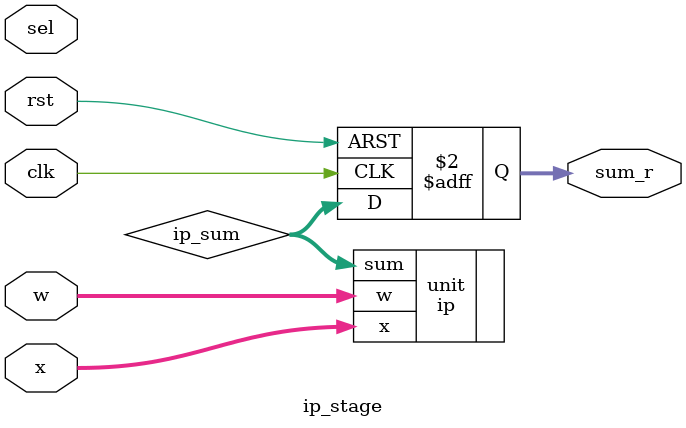
<source format=v>

`include "config.vh"
`include "ip.v"
module ip_stage #(
    parameter bitwidth =16,
	parameter inputBitwidth=8,
    parameter size=8,
    parameter stage=0
)(
    input[inputBitwidth*size-1:0] x,
    input[inputBitwidth*size-1:0] w,
	input clk,
	input rst,
    input sel,
    output reg [bitwidth-1:0]sum_r
);
    
    //combinational ip
    wire [bitwidth-1:0]ip_sum;
    ip #(
        .bitwidth(bitwidth),
		.inputBitwidth(inputBitwidth),
        .size(size)
    )
    unit(
        .x(x),
        .w(w),
        .sum(ip_sum)
    );

    //pipeline registers
    /*wire [bitwidth-1:0]pipe_sum;
    pipeline_reg #(
        .bitwidth(bitwidth),
        .num_stage(stage)
    )
    pipe_reg_y(
        .clk(clk),
        .rst(rst),
        .data_in(ip_sum),
        .data_out(pipe_sum)
    );*/

    //feedback loop
    //wire [bitwidth-1:0]sum_c;
    //assign sum_c=ip_sum;
    always @(posedge clk or posedge rst) begin
        if (rst) sum_r<=0;
        else sum_r<=ip_sum;
    end

endmodule

</source>
